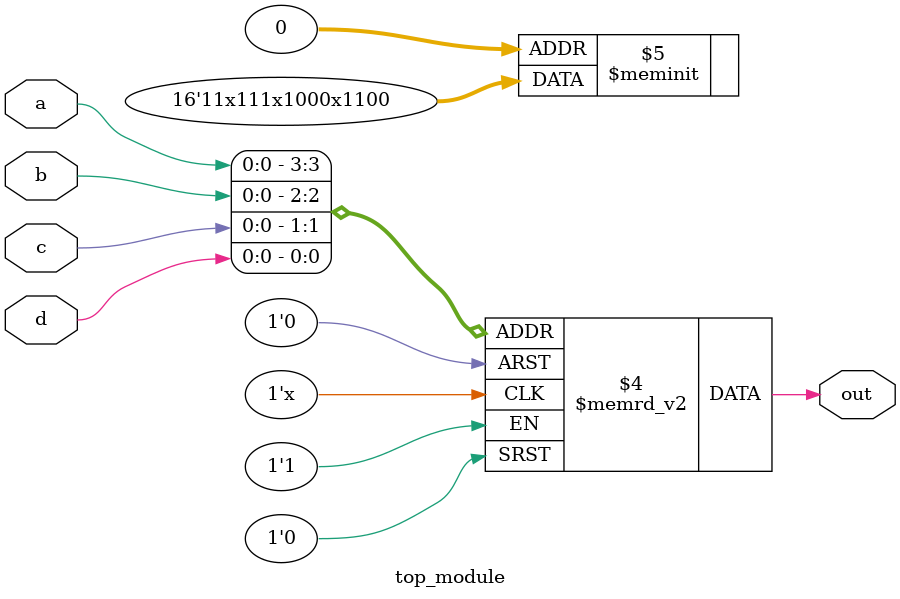
<source format=sv>
module top_module (
	input a, 
	input b,
	input c,
	input d,
	output reg out
);

always @* begin
    case({a, b, c, d})
        4'b0000: out = 1'b0;
        4'b0001: out = 1'b0;
        4'b0011: out = 1'b1;
        4'b0010: out = 1'b1;
        4'b0100: out = 1'bx;
        4'b0101: out = 1'b0;
        4'b0111: out = 1'b0;
        4'b0110: out = 1'b0;
        4'b1100: out = 1'b1;
        4'b1101: out = 1'bx;
        4'b1111: out = 1'b1;
        4'b1110: out = 1'b1;
        4'b1000: out = 1'b1;
        4'b1001: out = 1'bx;
        4'b1011: out = 1'b1;
        4'b1010: out = 1'b1;
    endcase
end

endmodule

</source>
